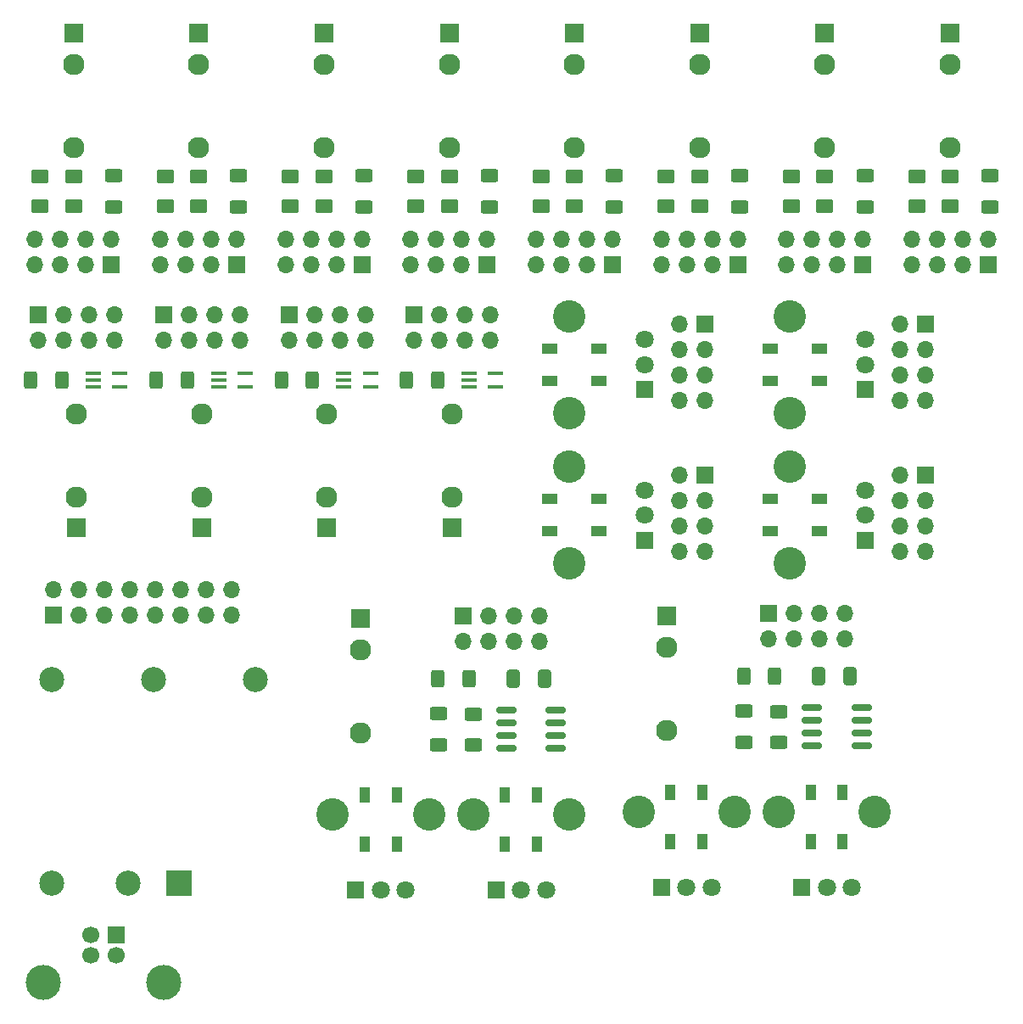
<source format=gbr>
%TF.GenerationSoftware,KiCad,Pcbnew,(6.0.4)*%
%TF.CreationDate,2022-06-07T22:17:41+02:00*%
%TF.ProjectId,vestmannaeyjar,76657374-6d61-46e6-9e61-65796a61722e,rev?*%
%TF.SameCoordinates,Original*%
%TF.FileFunction,Soldermask,Top*%
%TF.FilePolarity,Negative*%
%FSLAX46Y46*%
G04 Gerber Fmt 4.6, Leading zero omitted, Abs format (unit mm)*
G04 Created by KiCad (PCBNEW (6.0.4)) date 2022-06-07 22:17:41*
%MOMM*%
%LPD*%
G01*
G04 APERTURE LIST*
G04 Aperture macros list*
%AMRoundRect*
0 Rectangle with rounded corners*
0 $1 Rounding radius*
0 $2 $3 $4 $5 $6 $7 $8 $9 X,Y pos of 4 corners*
0 Add a 4 corners polygon primitive as box body*
4,1,4,$2,$3,$4,$5,$6,$7,$8,$9,$2,$3,0*
0 Add four circle primitives for the rounded corners*
1,1,$1+$1,$2,$3*
1,1,$1+$1,$4,$5*
1,1,$1+$1,$6,$7*
1,1,$1+$1,$8,$9*
0 Add four rect primitives between the rounded corners*
20,1,$1+$1,$2,$3,$4,$5,0*
20,1,$1+$1,$4,$5,$6,$7,0*
20,1,$1+$1,$6,$7,$8,$9,0*
20,1,$1+$1,$8,$9,$2,$3,0*%
G04 Aperture macros list end*
%ADD10RoundRect,0.250001X-0.624999X0.462499X-0.624999X-0.462499X0.624999X-0.462499X0.624999X0.462499X0*%
%ADD11RoundRect,0.250000X0.400000X0.625000X-0.400000X0.625000X-0.400000X-0.625000X0.400000X-0.625000X0*%
%ADD12R,1.500000X0.400000*%
%ADD13C,2.130000*%
%ADD14R,1.930000X1.830000*%
%ADD15O,1.700000X1.700000*%
%ADD16R,1.700000X1.700000*%
%ADD17C,3.240000*%
%ADD18R,1.800000X1.800000*%
%ADD19C,1.800000*%
%ADD20R,1.000000X1.500000*%
%ADD21RoundRect,0.250000X0.625000X-0.400000X0.625000X0.400000X-0.625000X0.400000X-0.625000X-0.400000X0*%
%ADD22RoundRect,0.150000X-0.825000X-0.150000X0.825000X-0.150000X0.825000X0.150000X-0.825000X0.150000X0*%
%ADD23RoundRect,0.250000X-0.412500X-0.650000X0.412500X-0.650000X0.412500X0.650000X-0.412500X0.650000X0*%
%ADD24RoundRect,0.250000X-0.625000X0.400000X-0.625000X-0.400000X0.625000X-0.400000X0.625000X0.400000X0*%
%ADD25R,2.500000X2.500000*%
%ADD26C,2.500000*%
%ADD27RoundRect,0.250001X0.624999X-0.462499X0.624999X0.462499X-0.624999X0.462499X-0.624999X-0.462499X0*%
%ADD28R,1.500000X1.000000*%
%ADD29C,1.700000*%
%ADD30C,3.500000*%
G04 APERTURE END LIST*
D10*
%TO.C,D14*%
X85160000Y-36237500D03*
X85160000Y-39212500D03*
%TD*%
D11*
%TO.C,R18*%
X46749999Y-56540000D03*
X49849999Y-56540000D03*
%TD*%
D12*
%TO.C,U7*%
X55630000Y-55890000D03*
X55630000Y-57190000D03*
X52970000Y-57190000D03*
X52970000Y-56540000D03*
X52970000Y-55890000D03*
%TD*%
D13*
%TO.C,J28*%
X51299999Y-68220000D03*
X51299999Y-59920000D03*
D14*
X51299999Y-71320000D03*
%TD*%
D15*
%TO.C,J27*%
X55120000Y-52540000D03*
X55120000Y-50000000D03*
X52580000Y-52540000D03*
X52580000Y-50000000D03*
X50040000Y-52540000D03*
X50040000Y-50000000D03*
X47500000Y-52540000D03*
D16*
X47500000Y-50000000D03*
%TD*%
D17*
%TO.C,RV3*%
X51880000Y-99892500D03*
X61480000Y-99892500D03*
D18*
X54180000Y-107392500D03*
D19*
X56680000Y-107392500D03*
X59180000Y-107392500D03*
%TD*%
D20*
%TO.C,D23*%
X58280000Y-97942500D03*
X55080000Y-97942500D03*
X55080000Y-102842500D03*
X58280000Y-102842500D03*
%TD*%
D14*
%TO.C,J4*%
X54680000Y-80337500D03*
D13*
X54680000Y-91737500D03*
X54680000Y-83437500D03*
%TD*%
D20*
%TO.C,D24*%
X72280000Y-97942500D03*
X69080000Y-97942500D03*
X69080000Y-102842500D03*
X72280000Y-102842500D03*
%TD*%
D16*
%TO.C,J3*%
X64880000Y-80117500D03*
D15*
X64880000Y-82657500D03*
X67420000Y-80117500D03*
X67420000Y-82657500D03*
X69960000Y-80117500D03*
X69960000Y-82657500D03*
X72500000Y-80117500D03*
X72500000Y-82657500D03*
%TD*%
D21*
%TO.C,R5*%
X62430000Y-89842500D03*
X62430000Y-92942500D03*
%TD*%
D22*
%TO.C,U2*%
X69205000Y-89487500D03*
X69205000Y-90757500D03*
X69205000Y-92027500D03*
X69205000Y-93297500D03*
X74155000Y-93297500D03*
X74155000Y-92027500D03*
X74155000Y-90757500D03*
X74155000Y-89487500D03*
%TD*%
D11*
%TO.C,R6*%
X65480000Y-86392500D03*
X62380000Y-86392500D03*
%TD*%
D23*
%TO.C,C2*%
X72992500Y-86392500D03*
X69867500Y-86392500D03*
%TD*%
D17*
%TO.C,RV4*%
X65880000Y-99892500D03*
X75480000Y-99892500D03*
D18*
X68180000Y-107392500D03*
D19*
X70680000Y-107392500D03*
X73180000Y-107392500D03*
%TD*%
D24*
%TO.C,R4*%
X65930000Y-89892500D03*
X65930000Y-92992500D03*
%TD*%
D20*
%TO.C,D22*%
X102779999Y-97690000D03*
X99579999Y-97690000D03*
X99579999Y-102590000D03*
X102779999Y-102590000D03*
%TD*%
D14*
%TO.C,J2*%
X85180000Y-80084999D03*
D13*
X85180000Y-91484999D03*
X85180000Y-83184999D03*
%TD*%
D23*
%TO.C,C1*%
X100367500Y-86140000D03*
X103492500Y-86140000D03*
%TD*%
D16*
%TO.C,J1*%
X95380000Y-79865000D03*
D15*
X95380000Y-82405000D03*
X97920000Y-79865000D03*
X97920000Y-82405000D03*
X100460000Y-79865000D03*
X100460000Y-82405000D03*
X103000000Y-79865000D03*
X103000000Y-82405000D03*
%TD*%
D22*
%TO.C,U1*%
X99704999Y-89235000D03*
X99704999Y-90505000D03*
X99704999Y-91775000D03*
X99704999Y-93045000D03*
X104654999Y-93045000D03*
X104654999Y-91775000D03*
X104654999Y-90505000D03*
X104654999Y-89235000D03*
%TD*%
D17*
%TO.C,RV2*%
X96379999Y-99640000D03*
X105979999Y-99640000D03*
D18*
X98679999Y-107140000D03*
D19*
X101179999Y-107140000D03*
X103679999Y-107140000D03*
%TD*%
D21*
%TO.C,R2*%
X92930000Y-92690000D03*
X92930000Y-89590000D03*
%TD*%
D20*
%TO.C,D21*%
X88780000Y-97690000D03*
X85580000Y-97690000D03*
X85580000Y-102590000D03*
X88780000Y-102590000D03*
%TD*%
D11*
%TO.C,R3*%
X95980000Y-86140000D03*
X92880000Y-86140000D03*
%TD*%
D17*
%TO.C,RV1*%
X82380000Y-99640000D03*
X91980000Y-99640000D03*
D18*
X84680000Y-107140000D03*
D19*
X87180000Y-107140000D03*
X89680000Y-107140000D03*
%TD*%
D24*
%TO.C,R1*%
X96429999Y-89640000D03*
X96429999Y-92740000D03*
%TD*%
D25*
%TO.C,U3*%
X36500000Y-106745000D03*
D26*
X31420000Y-106745000D03*
X44120000Y-86425000D03*
X33960000Y-86425000D03*
X23800000Y-86425000D03*
X23800000Y-106745000D03*
%TD*%
D24*
%TO.C,R12*%
X30000000Y-36175000D03*
X30000000Y-39275000D03*
%TD*%
%TO.C,R14*%
X42500000Y-36175000D03*
X42500000Y-39275000D03*
%TD*%
D12*
%TO.C,U5*%
X65470000Y-55890000D03*
X65470000Y-56540000D03*
X65470000Y-57190000D03*
X68130000Y-57190000D03*
X68130000Y-55890000D03*
%TD*%
D14*
%TO.C,J20*%
X38500000Y-21945000D03*
D13*
X38500000Y-33345000D03*
X38500000Y-25045000D03*
%TD*%
D10*
%TO.C,D10*%
X110160000Y-36237500D03*
X110160000Y-39212500D03*
%TD*%
D27*
%TO.C,D9*%
X113500000Y-39212500D03*
X113500000Y-36237500D03*
%TD*%
D24*
%TO.C,R9*%
X105000000Y-36175000D03*
X105000000Y-39275000D03*
%TD*%
D12*
%TO.C,U4*%
X40470000Y-55890000D03*
X40470000Y-56540000D03*
X40470000Y-57190000D03*
X43130000Y-57190000D03*
X43130000Y-55890000D03*
%TD*%
D28*
%TO.C,D19*%
X78440000Y-71620000D03*
X78440000Y-68420000D03*
X73540000Y-68420000D03*
X73540000Y-71620000D03*
%TD*%
D14*
%TO.C,J26*%
X26299999Y-71320000D03*
D13*
X26299999Y-59920000D03*
X26299999Y-68220000D03*
%TD*%
D14*
%TO.C,J11*%
X51000000Y-21945000D03*
D13*
X51000000Y-33345000D03*
X51000000Y-25045000D03*
%TD*%
D17*
%TO.C,RV8*%
X97490000Y-59820000D03*
X97490000Y-50220000D03*
D18*
X104990000Y-57520000D03*
D19*
X104990000Y-55020000D03*
X104990000Y-52520000D03*
%TD*%
D24*
%TO.C,R13*%
X92500000Y-36175000D03*
X92500000Y-39275000D03*
%TD*%
D14*
%TO.C,J17*%
X88500000Y-21945000D03*
D13*
X88500000Y-33345000D03*
X88500000Y-25045000D03*
%TD*%
D14*
%TO.C,J7*%
X63500000Y-21945000D03*
D13*
X63500000Y-33345000D03*
X63500000Y-25045000D03*
%TD*%
D27*
%TO.C,D7*%
X51000000Y-39212500D03*
X51000000Y-36237500D03*
%TD*%
D24*
%TO.C,R8*%
X67500000Y-36175000D03*
X67500000Y-39275000D03*
%TD*%
%TO.C,R10*%
X55000000Y-36175000D03*
X55000000Y-39275000D03*
%TD*%
D10*
%TO.C,D4*%
X60160000Y-36237500D03*
X60160000Y-39212500D03*
%TD*%
%TO.C,D2*%
X72660000Y-36237500D03*
X72660000Y-39212500D03*
%TD*%
D27*
%TO.C,D11*%
X26000000Y-39212500D03*
X26000000Y-36237500D03*
%TD*%
D17*
%TO.C,RV5*%
X97490000Y-65220000D03*
X97490000Y-74820000D03*
D18*
X104990000Y-72520000D03*
D19*
X104990000Y-70020000D03*
X104990000Y-67520000D03*
%TD*%
D10*
%TO.C,D12*%
X22660000Y-36237500D03*
X22660000Y-39212500D03*
%TD*%
D27*
%TO.C,D3*%
X63500000Y-39212500D03*
X63500000Y-36237500D03*
%TD*%
D17*
%TO.C,RV6*%
X75490000Y-50220000D03*
X75490000Y-59820000D03*
D18*
X82990000Y-57520000D03*
D19*
X82990000Y-55020000D03*
X82990000Y-52520000D03*
%TD*%
D17*
%TO.C,RV7*%
X75490000Y-65220000D03*
X75490000Y-74820000D03*
D18*
X82990000Y-72520000D03*
D19*
X82990000Y-70020000D03*
X82990000Y-67520000D03*
%TD*%
D27*
%TO.C,D1*%
X76000000Y-39212500D03*
X76000000Y-36237500D03*
%TD*%
D14*
%TO.C,J5*%
X76000000Y-21945000D03*
D13*
X76000000Y-33345000D03*
X76000000Y-25045000D03*
%TD*%
D14*
%TO.C,J13*%
X113500000Y-21945000D03*
D13*
X113500000Y-33345000D03*
X113500000Y-25045000D03*
%TD*%
D11*
%TO.C,R15*%
X37349999Y-56540000D03*
X34249999Y-56540000D03*
%TD*%
D24*
%TO.C,R11*%
X117500000Y-36175000D03*
X117500000Y-39275000D03*
%TD*%
D10*
%TO.C,D16*%
X35160000Y-36237500D03*
X35160000Y-39212500D03*
%TD*%
D14*
%TO.C,J22*%
X38799999Y-71320000D03*
D13*
X38799999Y-59920000D03*
X38799999Y-68220000D03*
%TD*%
D11*
%TO.C,R17*%
X24849999Y-56540000D03*
X21749999Y-56540000D03*
%TD*%
%TO.C,R16*%
X62349999Y-56540000D03*
X59249999Y-56540000D03*
%TD*%
D27*
%TO.C,D5*%
X101000000Y-39212500D03*
X101000000Y-36237500D03*
%TD*%
D16*
%TO.C,J33*%
X24000000Y-80000000D03*
D15*
X24000000Y-77460000D03*
X26540000Y-80000000D03*
X26540000Y-77460000D03*
X29080000Y-80000000D03*
X29080000Y-77460000D03*
X31620000Y-80000000D03*
X31620000Y-77460000D03*
X34160000Y-80000000D03*
X34160000Y-77460000D03*
X36700000Y-80000000D03*
X36700000Y-77460000D03*
X39240000Y-80000000D03*
X39240000Y-77460000D03*
X41780000Y-80000000D03*
X41780000Y-77460000D03*
%TD*%
D16*
%TO.C,J37*%
X30250000Y-111917500D03*
D29*
X27750000Y-111917500D03*
X27750000Y-113917500D03*
X30250000Y-113917500D03*
D30*
X35020000Y-116627500D03*
X22980000Y-116627500D03*
%TD*%
D27*
%TO.C,D15*%
X38500000Y-39212500D03*
X38500000Y-36237500D03*
%TD*%
D14*
%TO.C,J24*%
X63799999Y-71320000D03*
D13*
X63799999Y-59920000D03*
X63799999Y-68220000D03*
%TD*%
D27*
%TO.C,D13*%
X88500000Y-39212500D03*
X88500000Y-36237500D03*
%TD*%
D24*
%TO.C,R7*%
X80000000Y-36175000D03*
X80000000Y-39275000D03*
%TD*%
D12*
%TO.C,U6*%
X27970000Y-55890000D03*
X27970000Y-56540000D03*
X27970000Y-57190000D03*
X30630000Y-57190000D03*
X30630000Y-55890000D03*
%TD*%
D28*
%TO.C,D17*%
X100440000Y-71620000D03*
X100440000Y-68420000D03*
X95540000Y-68420000D03*
X95540000Y-71620000D03*
%TD*%
D14*
%TO.C,J15*%
X26000000Y-21945000D03*
D13*
X26000000Y-33345000D03*
X26000000Y-25045000D03*
%TD*%
D14*
%TO.C,J9*%
X101000000Y-21945000D03*
D13*
X101000000Y-33345000D03*
X101000000Y-25045000D03*
%TD*%
D28*
%TO.C,D20*%
X100440000Y-56620000D03*
X100440000Y-53420000D03*
X95540000Y-53420000D03*
X95540000Y-56620000D03*
%TD*%
D10*
%TO.C,D6*%
X97660000Y-36237500D03*
X97660000Y-39212500D03*
%TD*%
D28*
%TO.C,D18*%
X73540000Y-56620000D03*
X73540000Y-53420000D03*
X78440000Y-53420000D03*
X78440000Y-56620000D03*
%TD*%
D10*
%TO.C,D8*%
X47660000Y-36237500D03*
X47660000Y-39212500D03*
%TD*%
D16*
%TO.C,J31*%
X89000000Y-66000000D03*
D15*
X86460000Y-66000000D03*
X89000000Y-68540000D03*
X86460000Y-68540000D03*
X89000000Y-71080000D03*
X86460000Y-71080000D03*
X89000000Y-73620000D03*
X86460000Y-73620000D03*
%TD*%
D16*
%TO.C,J14*%
X117300000Y-45000000D03*
D15*
X117300000Y-42460000D03*
X114760000Y-45000000D03*
X114760000Y-42460000D03*
X112220000Y-45000000D03*
X112220000Y-42460000D03*
X109680000Y-45000000D03*
X109680000Y-42460000D03*
%TD*%
D16*
%TO.C,J25*%
X22500000Y-50000000D03*
D15*
X22500000Y-52540000D03*
X25040000Y-50000000D03*
X25040000Y-52540000D03*
X27580000Y-50000000D03*
X27580000Y-52540000D03*
X30120000Y-50000000D03*
X30120000Y-52540000D03*
%TD*%
D16*
%TO.C,J16*%
X29800000Y-45000000D03*
D15*
X29800000Y-42460000D03*
X27260000Y-45000000D03*
X27260000Y-42460000D03*
X24720000Y-45000000D03*
X24720000Y-42460000D03*
X22180000Y-45000000D03*
X22180000Y-42460000D03*
%TD*%
D16*
%TO.C,J18*%
X35000000Y-50000000D03*
D15*
X35000000Y-52540000D03*
X37540000Y-50000000D03*
X37540000Y-52540000D03*
X40080000Y-50000000D03*
X40080000Y-52540000D03*
X42620000Y-50000000D03*
X42620000Y-52540000D03*
%TD*%
D16*
%TO.C,J12*%
X54800000Y-45000000D03*
D15*
X54800000Y-42460000D03*
X52260000Y-45000000D03*
X52260000Y-42460000D03*
X49720000Y-45000000D03*
X49720000Y-42460000D03*
X47180000Y-45000000D03*
X47180000Y-42460000D03*
%TD*%
D16*
%TO.C,J19*%
X92300000Y-45000000D03*
D15*
X92300000Y-42460000D03*
X89760000Y-45000000D03*
X89760000Y-42460000D03*
X87220000Y-45000000D03*
X87220000Y-42460000D03*
X84680000Y-45000000D03*
X84680000Y-42460000D03*
%TD*%
D16*
%TO.C,J30*%
X89000000Y-51000000D03*
D15*
X86460000Y-51000000D03*
X89000000Y-53540000D03*
X86460000Y-53540000D03*
X89000000Y-56080000D03*
X86460000Y-56080000D03*
X89000000Y-58620000D03*
X86460000Y-58620000D03*
%TD*%
D16*
%TO.C,J6*%
X79800000Y-45000000D03*
D15*
X79800000Y-42460000D03*
X77260000Y-45000000D03*
X77260000Y-42460000D03*
X74720000Y-45000000D03*
X74720000Y-42460000D03*
X72180000Y-45000000D03*
X72180000Y-42460000D03*
%TD*%
D16*
%TO.C,J10*%
X104800000Y-45000000D03*
D15*
X104800000Y-42460000D03*
X102260000Y-45000000D03*
X102260000Y-42460000D03*
X99720000Y-45000000D03*
X99720000Y-42460000D03*
X97180000Y-45000000D03*
X97180000Y-42460000D03*
%TD*%
D16*
%TO.C,J32*%
X111000000Y-51000000D03*
D15*
X108460000Y-51000000D03*
X111000000Y-53540000D03*
X108460000Y-53540000D03*
X111000000Y-56080000D03*
X108460000Y-56080000D03*
X111000000Y-58620000D03*
X108460000Y-58620000D03*
%TD*%
D16*
%TO.C,J21*%
X42300000Y-45000000D03*
D15*
X42300000Y-42460000D03*
X39760000Y-45000000D03*
X39760000Y-42460000D03*
X37220000Y-45000000D03*
X37220000Y-42460000D03*
X34680000Y-45000000D03*
X34680000Y-42460000D03*
%TD*%
D16*
%TO.C,J23*%
X60000000Y-50000000D03*
D15*
X60000000Y-52540000D03*
X62540000Y-50000000D03*
X62540000Y-52540000D03*
X65080000Y-50000000D03*
X65080000Y-52540000D03*
X67620000Y-50000000D03*
X67620000Y-52540000D03*
%TD*%
D16*
%TO.C,J29*%
X111000000Y-66000000D03*
D15*
X108460000Y-66000000D03*
X111000000Y-68540000D03*
X108460000Y-68540000D03*
X111000000Y-71080000D03*
X108460000Y-71080000D03*
X111000000Y-73620000D03*
X108460000Y-73620000D03*
%TD*%
D16*
%TO.C,J8*%
X67300000Y-45000000D03*
D15*
X67300000Y-42460000D03*
X64760000Y-45000000D03*
X64760000Y-42460000D03*
X62220000Y-45000000D03*
X62220000Y-42460000D03*
X59680000Y-45000000D03*
X59680000Y-42460000D03*
%TD*%
M02*

</source>
